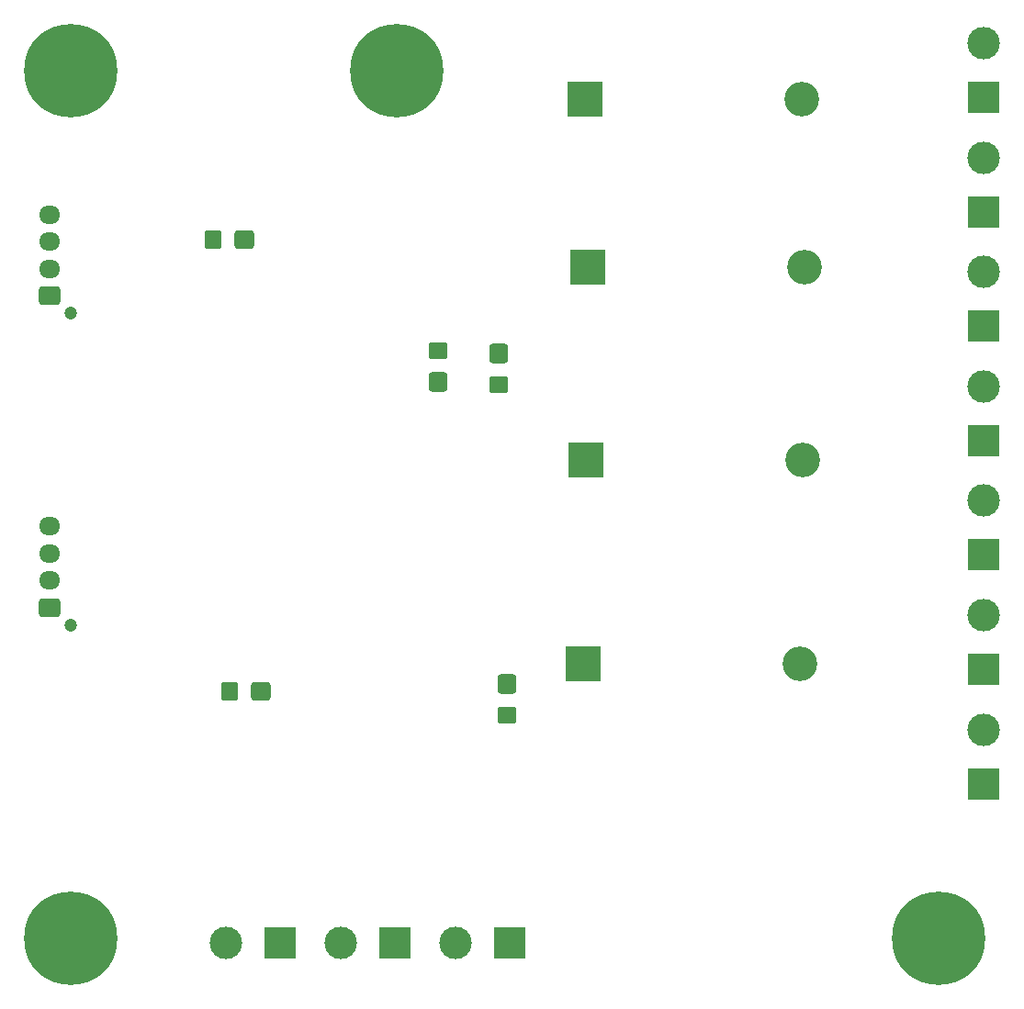
<source format=gbr>
%TF.GenerationSoftware,KiCad,Pcbnew,8.0.3*%
%TF.CreationDate,2024-11-19T22:25:58+01:00*%
%TF.ProjectId,weerstation-power,77656572-7374-4617-9469-6f6e2d706f77,rev?*%
%TF.SameCoordinates,Original*%
%TF.FileFunction,Soldermask,Top*%
%TF.FilePolarity,Negative*%
%FSLAX46Y46*%
G04 Gerber Fmt 4.6, Leading zero omitted, Abs format (unit mm)*
G04 Created by KiCad (PCBNEW 8.0.3) date 2024-11-19 22:25:58*
%MOMM*%
%LPD*%
G01*
G04 APERTURE LIST*
G04 Aperture macros list*
%AMRoundRect*
0 Rectangle with rounded corners*
0 $1 Rounding radius*
0 $2 $3 $4 $5 $6 $7 $8 $9 X,Y pos of 4 corners*
0 Add a 4 corners polygon primitive as box body*
4,1,4,$2,$3,$4,$5,$6,$7,$8,$9,$2,$3,0*
0 Add four circle primitives for the rounded corners*
1,1,$1+$1,$2,$3*
1,1,$1+$1,$4,$5*
1,1,$1+$1,$6,$7*
1,1,$1+$1,$8,$9*
0 Add four rect primitives between the rounded corners*
20,1,$1+$1,$2,$3,$4,$5,0*
20,1,$1+$1,$4,$5,$6,$7,0*
20,1,$1+$1,$6,$7,$8,$9,0*
20,1,$1+$1,$8,$9,$2,$3,0*%
G04 Aperture macros list end*
%ADD10C,8.600000*%
%ADD11R,3.000000X3.000000*%
%ADD12C,3.000000*%
%ADD13C,1.200000*%
%ADD14RoundRect,0.250000X0.725000X-0.600000X0.725000X0.600000X-0.725000X0.600000X-0.725000X-0.600000X0*%
%ADD15O,1.950000X1.700000*%
%ADD16R,3.200000X3.200000*%
%ADD17O,3.200000X3.200000*%
%ADD18RoundRect,0.307018X-0.567982X0.592982X-0.567982X-0.592982X0.567982X-0.592982X0.567982X0.592982X0*%
%ADD19RoundRect,0.280702X-0.594298X0.519298X-0.594298X-0.519298X0.594298X-0.519298X0.594298X0.519298X0*%
%ADD20RoundRect,0.307018X0.592982X0.567982X-0.592982X0.567982X-0.592982X-0.567982X0.592982X-0.567982X0*%
%ADD21RoundRect,0.280702X0.519298X0.594298X-0.519298X0.594298X-0.519298X-0.594298X0.519298X-0.594298X0*%
%ADD22RoundRect,0.307018X0.567982X-0.592982X0.567982X0.592982X-0.567982X0.592982X-0.567982X-0.592982X0*%
%ADD23RoundRect,0.280702X0.594298X-0.519298X0.594298X0.519298X-0.594298X0.519298X-0.594298X-0.519298X0*%
G04 APERTURE END LIST*
D10*
%TO.C,H1*%
X20000000Y-20000000D03*
%TD*%
D11*
%TO.C,J12*%
X39303500Y-100432500D03*
D12*
X34303500Y-100432500D03*
%TD*%
D13*
%TO.C,J1*%
X20000000Y-42350000D03*
D14*
X18000000Y-40750000D03*
D15*
X18000000Y-38250000D03*
X18000000Y-35750000D03*
X18000000Y-33250000D03*
%TD*%
D16*
%TO.C,D2*%
X67630000Y-38100000D03*
D17*
X87630000Y-38100000D03*
%TD*%
D11*
%TO.C,J10*%
X60432500Y-100432500D03*
D12*
X55432500Y-100432500D03*
%TD*%
D11*
%TO.C,J5*%
X104140000Y-43561000D03*
D12*
X104140000Y-38561000D03*
%TD*%
D10*
%TO.C,H3*%
X100000000Y-100000000D03*
%TD*%
D13*
%TO.C,J2*%
X20000000Y-71100000D03*
D14*
X18000000Y-69500000D03*
D15*
X18000000Y-67000000D03*
X18000000Y-64500000D03*
X18000000Y-62000000D03*
%TD*%
D11*
%TO.C,J7*%
X104140000Y-64643000D03*
D12*
X104140000Y-59643000D03*
%TD*%
D10*
%TO.C,H2*%
X50000000Y-20000000D03*
%TD*%
D11*
%TO.C,J9*%
X104140000Y-85744500D03*
D12*
X104140000Y-80744500D03*
%TD*%
D11*
%TO.C,J6*%
X104140000Y-54102000D03*
D12*
X104140000Y-49102000D03*
%TD*%
D16*
%TO.C,D4*%
X67216000Y-74676000D03*
D17*
X87216000Y-74676000D03*
%TD*%
D10*
%TO.C,H4*%
X20000000Y-100000000D03*
%TD*%
D11*
%TO.C,J8*%
X104140000Y-75184000D03*
D12*
X104140000Y-70184000D03*
%TD*%
D11*
%TO.C,J11*%
X49844500Y-100432500D03*
D12*
X44844500Y-100432500D03*
%TD*%
D16*
%TO.C,D1*%
X67376000Y-22606000D03*
D17*
X87376000Y-22606000D03*
%TD*%
D11*
%TO.C,J4*%
X104140000Y-33020000D03*
D12*
X104140000Y-28020000D03*
%TD*%
D11*
%TO.C,J3*%
X104140000Y-22479000D03*
D12*
X104140000Y-17479000D03*
%TD*%
D16*
%TO.C,D3*%
X67470000Y-55880000D03*
D17*
X87470000Y-55880000D03*
%TD*%
D18*
%TO.C,F3*%
X60198000Y-76527000D03*
D19*
X60198000Y-79429000D03*
%TD*%
D18*
%TO.C,F1*%
X59436000Y-46047000D03*
D19*
X59436000Y-48949000D03*
%TD*%
D20*
%TO.C,F5*%
X37519000Y-77216000D03*
D21*
X34617000Y-77216000D03*
%TD*%
D20*
%TO.C,F4*%
X35995000Y-35560000D03*
D21*
X33093000Y-35560000D03*
%TD*%
D22*
%TO.C,F2*%
X53848000Y-48695000D03*
D23*
X53848000Y-45793000D03*
%TD*%
M02*

</source>
